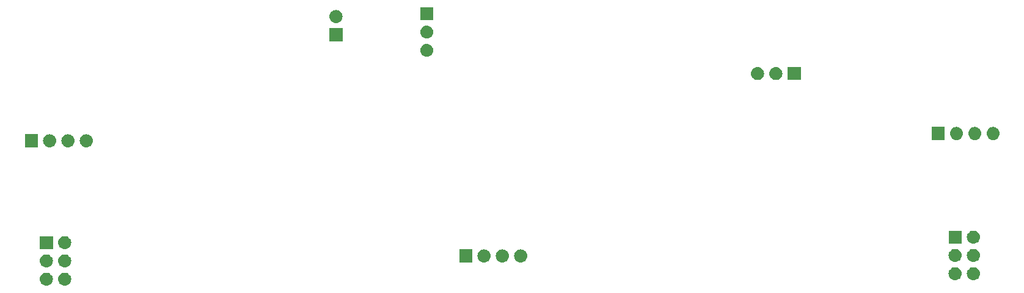
<source format=gbr>
G04 #@! TF.GenerationSoftware,KiCad,Pcbnew,(5.1.2-1)-1*
G04 #@! TF.CreationDate,2021-03-06T08:10:20-07:00*
G04 #@! TF.ProjectId,audio_quad_minimal,61756469-6f5f-4717-9561-645f6d696e69,rev?*
G04 #@! TF.SameCoordinates,Original*
G04 #@! TF.FileFunction,Soldermask,Bot*
G04 #@! TF.FilePolarity,Negative*
%FSLAX46Y46*%
G04 Gerber Fmt 4.6, Leading zero omitted, Abs format (unit mm)*
G04 Created by KiCad (PCBNEW (5.1.2-1)-1) date 2021-03-06 08:10:20*
%MOMM*%
%LPD*%
G04 APERTURE LIST*
%ADD10C,0.100000*%
G04 APERTURE END LIST*
D10*
G36*
X52497943Y-94292019D02*
G01*
X52564127Y-94298537D01*
X52733966Y-94350057D01*
X52890491Y-94433722D01*
X52926229Y-94463052D01*
X53027686Y-94546314D01*
X53110948Y-94647771D01*
X53140278Y-94683509D01*
X53223943Y-94840034D01*
X53275463Y-95009873D01*
X53292859Y-95186500D01*
X53275463Y-95363127D01*
X53223943Y-95532966D01*
X53140278Y-95689491D01*
X53110948Y-95725229D01*
X53027686Y-95826686D01*
X52926229Y-95909948D01*
X52890491Y-95939278D01*
X52733966Y-96022943D01*
X52564127Y-96074463D01*
X52497942Y-96080982D01*
X52431760Y-96087500D01*
X52343240Y-96087500D01*
X52277058Y-96080982D01*
X52210873Y-96074463D01*
X52041034Y-96022943D01*
X51884509Y-95939278D01*
X51848771Y-95909948D01*
X51747314Y-95826686D01*
X51664052Y-95725229D01*
X51634722Y-95689491D01*
X51551057Y-95532966D01*
X51499537Y-95363127D01*
X51482141Y-95186500D01*
X51499537Y-95009873D01*
X51551057Y-94840034D01*
X51634722Y-94683509D01*
X51664052Y-94647771D01*
X51747314Y-94546314D01*
X51848771Y-94463052D01*
X51884509Y-94433722D01*
X52041034Y-94350057D01*
X52210873Y-94298537D01*
X52277057Y-94292019D01*
X52343240Y-94285500D01*
X52431760Y-94285500D01*
X52497943Y-94292019D01*
X52497943Y-94292019D01*
G37*
G36*
X49957943Y-94292019D02*
G01*
X50024127Y-94298537D01*
X50193966Y-94350057D01*
X50350491Y-94433722D01*
X50386229Y-94463052D01*
X50487686Y-94546314D01*
X50570948Y-94647771D01*
X50600278Y-94683509D01*
X50683943Y-94840034D01*
X50735463Y-95009873D01*
X50752859Y-95186500D01*
X50735463Y-95363127D01*
X50683943Y-95532966D01*
X50600278Y-95689491D01*
X50570948Y-95725229D01*
X50487686Y-95826686D01*
X50386229Y-95909948D01*
X50350491Y-95939278D01*
X50193966Y-96022943D01*
X50024127Y-96074463D01*
X49957942Y-96080982D01*
X49891760Y-96087500D01*
X49803240Y-96087500D01*
X49737058Y-96080982D01*
X49670873Y-96074463D01*
X49501034Y-96022943D01*
X49344509Y-95939278D01*
X49308771Y-95909948D01*
X49207314Y-95826686D01*
X49124052Y-95725229D01*
X49094722Y-95689491D01*
X49011057Y-95532966D01*
X48959537Y-95363127D01*
X48942141Y-95186500D01*
X48959537Y-95009873D01*
X49011057Y-94840034D01*
X49094722Y-94683509D01*
X49124052Y-94647771D01*
X49207314Y-94546314D01*
X49308771Y-94463052D01*
X49344509Y-94433722D01*
X49501034Y-94350057D01*
X49670873Y-94298537D01*
X49737057Y-94292019D01*
X49803240Y-94285500D01*
X49891760Y-94285500D01*
X49957943Y-94292019D01*
X49957943Y-94292019D01*
G37*
G36*
X178418442Y-93530018D02*
G01*
X178484627Y-93536537D01*
X178654466Y-93588057D01*
X178810991Y-93671722D01*
X178846729Y-93701052D01*
X178948186Y-93784314D01*
X179031448Y-93885771D01*
X179060778Y-93921509D01*
X179144443Y-94078034D01*
X179195963Y-94247873D01*
X179213359Y-94424500D01*
X179195963Y-94601127D01*
X179144443Y-94770966D01*
X179060778Y-94927491D01*
X179031448Y-94963229D01*
X178948186Y-95064686D01*
X178846729Y-95147948D01*
X178810991Y-95177278D01*
X178654466Y-95260943D01*
X178484627Y-95312463D01*
X178418443Y-95318981D01*
X178352260Y-95325500D01*
X178263740Y-95325500D01*
X178197557Y-95318981D01*
X178131373Y-95312463D01*
X177961534Y-95260943D01*
X177805009Y-95177278D01*
X177769271Y-95147948D01*
X177667814Y-95064686D01*
X177584552Y-94963229D01*
X177555222Y-94927491D01*
X177471557Y-94770966D01*
X177420037Y-94601127D01*
X177402641Y-94424500D01*
X177420037Y-94247873D01*
X177471557Y-94078034D01*
X177555222Y-93921509D01*
X177584552Y-93885771D01*
X177667814Y-93784314D01*
X177769271Y-93701052D01*
X177805009Y-93671722D01*
X177961534Y-93588057D01*
X178131373Y-93536537D01*
X178197558Y-93530018D01*
X178263740Y-93523500D01*
X178352260Y-93523500D01*
X178418442Y-93530018D01*
X178418442Y-93530018D01*
G37*
G36*
X175878442Y-93530018D02*
G01*
X175944627Y-93536537D01*
X176114466Y-93588057D01*
X176270991Y-93671722D01*
X176306729Y-93701052D01*
X176408186Y-93784314D01*
X176491448Y-93885771D01*
X176520778Y-93921509D01*
X176604443Y-94078034D01*
X176655963Y-94247873D01*
X176673359Y-94424500D01*
X176655963Y-94601127D01*
X176604443Y-94770966D01*
X176520778Y-94927491D01*
X176491448Y-94963229D01*
X176408186Y-95064686D01*
X176306729Y-95147948D01*
X176270991Y-95177278D01*
X176114466Y-95260943D01*
X175944627Y-95312463D01*
X175878443Y-95318981D01*
X175812260Y-95325500D01*
X175723740Y-95325500D01*
X175657557Y-95318981D01*
X175591373Y-95312463D01*
X175421534Y-95260943D01*
X175265009Y-95177278D01*
X175229271Y-95147948D01*
X175127814Y-95064686D01*
X175044552Y-94963229D01*
X175015222Y-94927491D01*
X174931557Y-94770966D01*
X174880037Y-94601127D01*
X174862641Y-94424500D01*
X174880037Y-94247873D01*
X174931557Y-94078034D01*
X175015222Y-93921509D01*
X175044552Y-93885771D01*
X175127814Y-93784314D01*
X175229271Y-93701052D01*
X175265009Y-93671722D01*
X175421534Y-93588057D01*
X175591373Y-93536537D01*
X175657558Y-93530018D01*
X175723740Y-93523500D01*
X175812260Y-93523500D01*
X175878442Y-93530018D01*
X175878442Y-93530018D01*
G37*
G36*
X49957942Y-91752018D02*
G01*
X50024127Y-91758537D01*
X50193966Y-91810057D01*
X50350491Y-91893722D01*
X50386229Y-91923052D01*
X50487686Y-92006314D01*
X50570948Y-92107771D01*
X50600278Y-92143509D01*
X50683943Y-92300034D01*
X50735463Y-92469873D01*
X50752859Y-92646500D01*
X50735463Y-92823127D01*
X50683943Y-92992966D01*
X50600278Y-93149491D01*
X50570948Y-93185229D01*
X50487686Y-93286686D01*
X50386229Y-93369948D01*
X50350491Y-93399278D01*
X50193966Y-93482943D01*
X50024127Y-93534463D01*
X49957942Y-93540982D01*
X49891760Y-93547500D01*
X49803240Y-93547500D01*
X49737058Y-93540982D01*
X49670873Y-93534463D01*
X49501034Y-93482943D01*
X49344509Y-93399278D01*
X49308771Y-93369948D01*
X49207314Y-93286686D01*
X49124052Y-93185229D01*
X49094722Y-93149491D01*
X49011057Y-92992966D01*
X48959537Y-92823127D01*
X48942141Y-92646500D01*
X48959537Y-92469873D01*
X49011057Y-92300034D01*
X49094722Y-92143509D01*
X49124052Y-92107771D01*
X49207314Y-92006314D01*
X49308771Y-91923052D01*
X49344509Y-91893722D01*
X49501034Y-91810057D01*
X49670873Y-91758537D01*
X49737058Y-91752018D01*
X49803240Y-91745500D01*
X49891760Y-91745500D01*
X49957942Y-91752018D01*
X49957942Y-91752018D01*
G37*
G36*
X52497942Y-91752018D02*
G01*
X52564127Y-91758537D01*
X52733966Y-91810057D01*
X52890491Y-91893722D01*
X52926229Y-91923052D01*
X53027686Y-92006314D01*
X53110948Y-92107771D01*
X53140278Y-92143509D01*
X53223943Y-92300034D01*
X53275463Y-92469873D01*
X53292859Y-92646500D01*
X53275463Y-92823127D01*
X53223943Y-92992966D01*
X53140278Y-93149491D01*
X53110948Y-93185229D01*
X53027686Y-93286686D01*
X52926229Y-93369948D01*
X52890491Y-93399278D01*
X52733966Y-93482943D01*
X52564127Y-93534463D01*
X52497942Y-93540982D01*
X52431760Y-93547500D01*
X52343240Y-93547500D01*
X52277058Y-93540982D01*
X52210873Y-93534463D01*
X52041034Y-93482943D01*
X51884509Y-93399278D01*
X51848771Y-93369948D01*
X51747314Y-93286686D01*
X51664052Y-93185229D01*
X51634722Y-93149491D01*
X51551057Y-92992966D01*
X51499537Y-92823127D01*
X51482141Y-92646500D01*
X51499537Y-92469873D01*
X51551057Y-92300034D01*
X51634722Y-92143509D01*
X51664052Y-92107771D01*
X51747314Y-92006314D01*
X51848771Y-91923052D01*
X51884509Y-91893722D01*
X52041034Y-91810057D01*
X52210873Y-91758537D01*
X52277058Y-91752018D01*
X52343240Y-91745500D01*
X52431760Y-91745500D01*
X52497942Y-91752018D01*
X52497942Y-91752018D01*
G37*
G36*
X108851000Y-92849000D02*
G01*
X107049000Y-92849000D01*
X107049000Y-91047000D01*
X108851000Y-91047000D01*
X108851000Y-92849000D01*
X108851000Y-92849000D01*
G37*
G36*
X115680442Y-91053518D02*
G01*
X115746627Y-91060037D01*
X115916466Y-91111557D01*
X116072991Y-91195222D01*
X116108729Y-91224552D01*
X116210186Y-91307814D01*
X116293448Y-91409271D01*
X116322778Y-91445009D01*
X116406443Y-91601534D01*
X116457963Y-91771373D01*
X116475359Y-91948000D01*
X116457963Y-92124627D01*
X116406443Y-92294466D01*
X116322778Y-92450991D01*
X116307282Y-92469873D01*
X116210186Y-92588186D01*
X116108729Y-92671448D01*
X116072991Y-92700778D01*
X115916466Y-92784443D01*
X115746627Y-92835963D01*
X115680442Y-92842482D01*
X115614260Y-92849000D01*
X115525740Y-92849000D01*
X115459558Y-92842482D01*
X115393373Y-92835963D01*
X115223534Y-92784443D01*
X115067009Y-92700778D01*
X115031271Y-92671448D01*
X114929814Y-92588186D01*
X114832718Y-92469873D01*
X114817222Y-92450991D01*
X114733557Y-92294466D01*
X114682037Y-92124627D01*
X114664641Y-91948000D01*
X114682037Y-91771373D01*
X114733557Y-91601534D01*
X114817222Y-91445009D01*
X114846552Y-91409271D01*
X114929814Y-91307814D01*
X115031271Y-91224552D01*
X115067009Y-91195222D01*
X115223534Y-91111557D01*
X115393373Y-91060037D01*
X115459558Y-91053518D01*
X115525740Y-91047000D01*
X115614260Y-91047000D01*
X115680442Y-91053518D01*
X115680442Y-91053518D01*
G37*
G36*
X110600442Y-91053518D02*
G01*
X110666627Y-91060037D01*
X110836466Y-91111557D01*
X110992991Y-91195222D01*
X111028729Y-91224552D01*
X111130186Y-91307814D01*
X111213448Y-91409271D01*
X111242778Y-91445009D01*
X111326443Y-91601534D01*
X111377963Y-91771373D01*
X111395359Y-91948000D01*
X111377963Y-92124627D01*
X111326443Y-92294466D01*
X111242778Y-92450991D01*
X111227282Y-92469873D01*
X111130186Y-92588186D01*
X111028729Y-92671448D01*
X110992991Y-92700778D01*
X110836466Y-92784443D01*
X110666627Y-92835963D01*
X110600442Y-92842482D01*
X110534260Y-92849000D01*
X110445740Y-92849000D01*
X110379558Y-92842482D01*
X110313373Y-92835963D01*
X110143534Y-92784443D01*
X109987009Y-92700778D01*
X109951271Y-92671448D01*
X109849814Y-92588186D01*
X109752718Y-92469873D01*
X109737222Y-92450991D01*
X109653557Y-92294466D01*
X109602037Y-92124627D01*
X109584641Y-91948000D01*
X109602037Y-91771373D01*
X109653557Y-91601534D01*
X109737222Y-91445009D01*
X109766552Y-91409271D01*
X109849814Y-91307814D01*
X109951271Y-91224552D01*
X109987009Y-91195222D01*
X110143534Y-91111557D01*
X110313373Y-91060037D01*
X110379558Y-91053518D01*
X110445740Y-91047000D01*
X110534260Y-91047000D01*
X110600442Y-91053518D01*
X110600442Y-91053518D01*
G37*
G36*
X113140442Y-91053518D02*
G01*
X113206627Y-91060037D01*
X113376466Y-91111557D01*
X113532991Y-91195222D01*
X113568729Y-91224552D01*
X113670186Y-91307814D01*
X113753448Y-91409271D01*
X113782778Y-91445009D01*
X113866443Y-91601534D01*
X113917963Y-91771373D01*
X113935359Y-91948000D01*
X113917963Y-92124627D01*
X113866443Y-92294466D01*
X113782778Y-92450991D01*
X113767282Y-92469873D01*
X113670186Y-92588186D01*
X113568729Y-92671448D01*
X113532991Y-92700778D01*
X113376466Y-92784443D01*
X113206627Y-92835963D01*
X113140442Y-92842482D01*
X113074260Y-92849000D01*
X112985740Y-92849000D01*
X112919558Y-92842482D01*
X112853373Y-92835963D01*
X112683534Y-92784443D01*
X112527009Y-92700778D01*
X112491271Y-92671448D01*
X112389814Y-92588186D01*
X112292718Y-92469873D01*
X112277222Y-92450991D01*
X112193557Y-92294466D01*
X112142037Y-92124627D01*
X112124641Y-91948000D01*
X112142037Y-91771373D01*
X112193557Y-91601534D01*
X112277222Y-91445009D01*
X112306552Y-91409271D01*
X112389814Y-91307814D01*
X112491271Y-91224552D01*
X112527009Y-91195222D01*
X112683534Y-91111557D01*
X112853373Y-91060037D01*
X112919558Y-91053518D01*
X112985740Y-91047000D01*
X113074260Y-91047000D01*
X113140442Y-91053518D01*
X113140442Y-91053518D01*
G37*
G36*
X178418443Y-90990019D02*
G01*
X178484627Y-90996537D01*
X178654466Y-91048057D01*
X178810991Y-91131722D01*
X178846729Y-91161052D01*
X178948186Y-91244314D01*
X179031448Y-91345771D01*
X179060778Y-91381509D01*
X179144443Y-91538034D01*
X179195963Y-91707873D01*
X179213359Y-91884500D01*
X179195963Y-92061127D01*
X179144443Y-92230966D01*
X179060778Y-92387491D01*
X179031448Y-92423229D01*
X178948186Y-92524686D01*
X178846729Y-92607948D01*
X178810991Y-92637278D01*
X178654466Y-92720943D01*
X178484627Y-92772463D01*
X178418443Y-92778981D01*
X178352260Y-92785500D01*
X178263740Y-92785500D01*
X178197558Y-92778982D01*
X178131373Y-92772463D01*
X177961534Y-92720943D01*
X177805009Y-92637278D01*
X177769271Y-92607948D01*
X177667814Y-92524686D01*
X177584552Y-92423229D01*
X177555222Y-92387491D01*
X177471557Y-92230966D01*
X177420037Y-92061127D01*
X177402641Y-91884500D01*
X177420037Y-91707873D01*
X177471557Y-91538034D01*
X177555222Y-91381509D01*
X177584552Y-91345771D01*
X177667814Y-91244314D01*
X177769271Y-91161052D01*
X177805009Y-91131722D01*
X177961534Y-91048057D01*
X178131373Y-90996537D01*
X178197557Y-90990019D01*
X178263740Y-90983500D01*
X178352260Y-90983500D01*
X178418443Y-90990019D01*
X178418443Y-90990019D01*
G37*
G36*
X175878443Y-90990019D02*
G01*
X175944627Y-90996537D01*
X176114466Y-91048057D01*
X176270991Y-91131722D01*
X176306729Y-91161052D01*
X176408186Y-91244314D01*
X176491448Y-91345771D01*
X176520778Y-91381509D01*
X176604443Y-91538034D01*
X176655963Y-91707873D01*
X176673359Y-91884500D01*
X176655963Y-92061127D01*
X176604443Y-92230966D01*
X176520778Y-92387491D01*
X176491448Y-92423229D01*
X176408186Y-92524686D01*
X176306729Y-92607948D01*
X176270991Y-92637278D01*
X176114466Y-92720943D01*
X175944627Y-92772463D01*
X175878443Y-92778981D01*
X175812260Y-92785500D01*
X175723740Y-92785500D01*
X175657558Y-92778982D01*
X175591373Y-92772463D01*
X175421534Y-92720943D01*
X175265009Y-92637278D01*
X175229271Y-92607948D01*
X175127814Y-92524686D01*
X175044552Y-92423229D01*
X175015222Y-92387491D01*
X174931557Y-92230966D01*
X174880037Y-92061127D01*
X174862641Y-91884500D01*
X174880037Y-91707873D01*
X174931557Y-91538034D01*
X175015222Y-91381509D01*
X175044552Y-91345771D01*
X175127814Y-91244314D01*
X175229271Y-91161052D01*
X175265009Y-91131722D01*
X175421534Y-91048057D01*
X175591373Y-90996537D01*
X175657557Y-90990019D01*
X175723740Y-90983500D01*
X175812260Y-90983500D01*
X175878443Y-90990019D01*
X175878443Y-90990019D01*
G37*
G36*
X52497943Y-89212019D02*
G01*
X52564127Y-89218537D01*
X52733966Y-89270057D01*
X52890491Y-89353722D01*
X52926229Y-89383052D01*
X53027686Y-89466314D01*
X53110948Y-89567771D01*
X53140278Y-89603509D01*
X53223943Y-89760034D01*
X53275463Y-89929873D01*
X53292859Y-90106500D01*
X53275463Y-90283127D01*
X53223943Y-90452966D01*
X53140278Y-90609491D01*
X53110948Y-90645229D01*
X53027686Y-90746686D01*
X52926229Y-90829948D01*
X52890491Y-90859278D01*
X52733966Y-90942943D01*
X52564127Y-90994463D01*
X52497943Y-91000981D01*
X52431760Y-91007500D01*
X52343240Y-91007500D01*
X52277057Y-91000981D01*
X52210873Y-90994463D01*
X52041034Y-90942943D01*
X51884509Y-90859278D01*
X51848771Y-90829948D01*
X51747314Y-90746686D01*
X51664052Y-90645229D01*
X51634722Y-90609491D01*
X51551057Y-90452966D01*
X51499537Y-90283127D01*
X51482141Y-90106500D01*
X51499537Y-89929873D01*
X51551057Y-89760034D01*
X51634722Y-89603509D01*
X51664052Y-89567771D01*
X51747314Y-89466314D01*
X51848771Y-89383052D01*
X51884509Y-89353722D01*
X52041034Y-89270057D01*
X52210873Y-89218537D01*
X52277057Y-89212019D01*
X52343240Y-89205500D01*
X52431760Y-89205500D01*
X52497943Y-89212019D01*
X52497943Y-89212019D01*
G37*
G36*
X50748500Y-91007500D02*
G01*
X48946500Y-91007500D01*
X48946500Y-89205500D01*
X50748500Y-89205500D01*
X50748500Y-91007500D01*
X50748500Y-91007500D01*
G37*
G36*
X178418442Y-88450018D02*
G01*
X178484627Y-88456537D01*
X178654466Y-88508057D01*
X178810991Y-88591722D01*
X178846729Y-88621052D01*
X178948186Y-88704314D01*
X179031448Y-88805771D01*
X179060778Y-88841509D01*
X179144443Y-88998034D01*
X179195963Y-89167873D01*
X179213359Y-89344500D01*
X179195963Y-89521127D01*
X179144443Y-89690966D01*
X179060778Y-89847491D01*
X179031448Y-89883229D01*
X178948186Y-89984686D01*
X178846729Y-90067948D01*
X178810991Y-90097278D01*
X178654466Y-90180943D01*
X178484627Y-90232463D01*
X178418443Y-90238981D01*
X178352260Y-90245500D01*
X178263740Y-90245500D01*
X178197557Y-90238981D01*
X178131373Y-90232463D01*
X177961534Y-90180943D01*
X177805009Y-90097278D01*
X177769271Y-90067948D01*
X177667814Y-89984686D01*
X177584552Y-89883229D01*
X177555222Y-89847491D01*
X177471557Y-89690966D01*
X177420037Y-89521127D01*
X177402641Y-89344500D01*
X177420037Y-89167873D01*
X177471557Y-88998034D01*
X177555222Y-88841509D01*
X177584552Y-88805771D01*
X177667814Y-88704314D01*
X177769271Y-88621052D01*
X177805009Y-88591722D01*
X177961534Y-88508057D01*
X178131373Y-88456537D01*
X178197558Y-88450018D01*
X178263740Y-88443500D01*
X178352260Y-88443500D01*
X178418442Y-88450018D01*
X178418442Y-88450018D01*
G37*
G36*
X176669000Y-90245500D02*
G01*
X174867000Y-90245500D01*
X174867000Y-88443500D01*
X176669000Y-88443500D01*
X176669000Y-90245500D01*
X176669000Y-90245500D01*
G37*
G36*
X48653000Y-76847000D02*
G01*
X46851000Y-76847000D01*
X46851000Y-75045000D01*
X48653000Y-75045000D01*
X48653000Y-76847000D01*
X48653000Y-76847000D01*
G37*
G36*
X55482442Y-75051518D02*
G01*
X55548627Y-75058037D01*
X55718466Y-75109557D01*
X55874991Y-75193222D01*
X55910729Y-75222552D01*
X56012186Y-75305814D01*
X56095448Y-75407271D01*
X56124778Y-75443009D01*
X56208443Y-75599534D01*
X56259963Y-75769373D01*
X56277359Y-75946000D01*
X56259963Y-76122627D01*
X56208443Y-76292466D01*
X56124778Y-76448991D01*
X56095448Y-76484729D01*
X56012186Y-76586186D01*
X55910729Y-76669448D01*
X55874991Y-76698778D01*
X55718466Y-76782443D01*
X55548627Y-76833963D01*
X55482442Y-76840482D01*
X55416260Y-76847000D01*
X55327740Y-76847000D01*
X55261558Y-76840482D01*
X55195373Y-76833963D01*
X55025534Y-76782443D01*
X54869009Y-76698778D01*
X54833271Y-76669448D01*
X54731814Y-76586186D01*
X54648552Y-76484729D01*
X54619222Y-76448991D01*
X54535557Y-76292466D01*
X54484037Y-76122627D01*
X54466641Y-75946000D01*
X54484037Y-75769373D01*
X54535557Y-75599534D01*
X54619222Y-75443009D01*
X54648552Y-75407271D01*
X54731814Y-75305814D01*
X54833271Y-75222552D01*
X54869009Y-75193222D01*
X55025534Y-75109557D01*
X55195373Y-75058037D01*
X55261558Y-75051518D01*
X55327740Y-75045000D01*
X55416260Y-75045000D01*
X55482442Y-75051518D01*
X55482442Y-75051518D01*
G37*
G36*
X52942442Y-75051518D02*
G01*
X53008627Y-75058037D01*
X53178466Y-75109557D01*
X53334991Y-75193222D01*
X53370729Y-75222552D01*
X53472186Y-75305814D01*
X53555448Y-75407271D01*
X53584778Y-75443009D01*
X53668443Y-75599534D01*
X53719963Y-75769373D01*
X53737359Y-75946000D01*
X53719963Y-76122627D01*
X53668443Y-76292466D01*
X53584778Y-76448991D01*
X53555448Y-76484729D01*
X53472186Y-76586186D01*
X53370729Y-76669448D01*
X53334991Y-76698778D01*
X53178466Y-76782443D01*
X53008627Y-76833963D01*
X52942442Y-76840482D01*
X52876260Y-76847000D01*
X52787740Y-76847000D01*
X52721558Y-76840482D01*
X52655373Y-76833963D01*
X52485534Y-76782443D01*
X52329009Y-76698778D01*
X52293271Y-76669448D01*
X52191814Y-76586186D01*
X52108552Y-76484729D01*
X52079222Y-76448991D01*
X51995557Y-76292466D01*
X51944037Y-76122627D01*
X51926641Y-75946000D01*
X51944037Y-75769373D01*
X51995557Y-75599534D01*
X52079222Y-75443009D01*
X52108552Y-75407271D01*
X52191814Y-75305814D01*
X52293271Y-75222552D01*
X52329009Y-75193222D01*
X52485534Y-75109557D01*
X52655373Y-75058037D01*
X52721558Y-75051518D01*
X52787740Y-75045000D01*
X52876260Y-75045000D01*
X52942442Y-75051518D01*
X52942442Y-75051518D01*
G37*
G36*
X50402442Y-75051518D02*
G01*
X50468627Y-75058037D01*
X50638466Y-75109557D01*
X50794991Y-75193222D01*
X50830729Y-75222552D01*
X50932186Y-75305814D01*
X51015448Y-75407271D01*
X51044778Y-75443009D01*
X51128443Y-75599534D01*
X51179963Y-75769373D01*
X51197359Y-75946000D01*
X51179963Y-76122627D01*
X51128443Y-76292466D01*
X51044778Y-76448991D01*
X51015448Y-76484729D01*
X50932186Y-76586186D01*
X50830729Y-76669448D01*
X50794991Y-76698778D01*
X50638466Y-76782443D01*
X50468627Y-76833963D01*
X50402442Y-76840482D01*
X50336260Y-76847000D01*
X50247740Y-76847000D01*
X50181558Y-76840482D01*
X50115373Y-76833963D01*
X49945534Y-76782443D01*
X49789009Y-76698778D01*
X49753271Y-76669448D01*
X49651814Y-76586186D01*
X49568552Y-76484729D01*
X49539222Y-76448991D01*
X49455557Y-76292466D01*
X49404037Y-76122627D01*
X49386641Y-75946000D01*
X49404037Y-75769373D01*
X49455557Y-75599534D01*
X49539222Y-75443009D01*
X49568552Y-75407271D01*
X49651814Y-75305814D01*
X49753271Y-75222552D01*
X49789009Y-75193222D01*
X49945534Y-75109557D01*
X50115373Y-75058037D01*
X50181558Y-75051518D01*
X50247740Y-75045000D01*
X50336260Y-75045000D01*
X50402442Y-75051518D01*
X50402442Y-75051518D01*
G37*
G36*
X178608942Y-74035518D02*
G01*
X178675127Y-74042037D01*
X178844966Y-74093557D01*
X179001491Y-74177222D01*
X179037229Y-74206552D01*
X179138686Y-74289814D01*
X179221948Y-74391271D01*
X179251278Y-74427009D01*
X179334943Y-74583534D01*
X179386463Y-74753373D01*
X179403859Y-74930000D01*
X179386463Y-75106627D01*
X179334943Y-75276466D01*
X179251278Y-75432991D01*
X179221948Y-75468729D01*
X179138686Y-75570186D01*
X179037229Y-75653448D01*
X179001491Y-75682778D01*
X178844966Y-75766443D01*
X178675127Y-75817963D01*
X178608942Y-75824482D01*
X178542760Y-75831000D01*
X178454240Y-75831000D01*
X178388058Y-75824482D01*
X178321873Y-75817963D01*
X178152034Y-75766443D01*
X177995509Y-75682778D01*
X177959771Y-75653448D01*
X177858314Y-75570186D01*
X177775052Y-75468729D01*
X177745722Y-75432991D01*
X177662057Y-75276466D01*
X177610537Y-75106627D01*
X177593141Y-74930000D01*
X177610537Y-74753373D01*
X177662057Y-74583534D01*
X177745722Y-74427009D01*
X177775052Y-74391271D01*
X177858314Y-74289814D01*
X177959771Y-74206552D01*
X177995509Y-74177222D01*
X178152034Y-74093557D01*
X178321873Y-74042037D01*
X178388058Y-74035518D01*
X178454240Y-74029000D01*
X178542760Y-74029000D01*
X178608942Y-74035518D01*
X178608942Y-74035518D01*
G37*
G36*
X176068942Y-74035518D02*
G01*
X176135127Y-74042037D01*
X176304966Y-74093557D01*
X176461491Y-74177222D01*
X176497229Y-74206552D01*
X176598686Y-74289814D01*
X176681948Y-74391271D01*
X176711278Y-74427009D01*
X176794943Y-74583534D01*
X176846463Y-74753373D01*
X176863859Y-74930000D01*
X176846463Y-75106627D01*
X176794943Y-75276466D01*
X176711278Y-75432991D01*
X176681948Y-75468729D01*
X176598686Y-75570186D01*
X176497229Y-75653448D01*
X176461491Y-75682778D01*
X176304966Y-75766443D01*
X176135127Y-75817963D01*
X176068942Y-75824482D01*
X176002760Y-75831000D01*
X175914240Y-75831000D01*
X175848058Y-75824482D01*
X175781873Y-75817963D01*
X175612034Y-75766443D01*
X175455509Y-75682778D01*
X175419771Y-75653448D01*
X175318314Y-75570186D01*
X175235052Y-75468729D01*
X175205722Y-75432991D01*
X175122057Y-75276466D01*
X175070537Y-75106627D01*
X175053141Y-74930000D01*
X175070537Y-74753373D01*
X175122057Y-74583534D01*
X175205722Y-74427009D01*
X175235052Y-74391271D01*
X175318314Y-74289814D01*
X175419771Y-74206552D01*
X175455509Y-74177222D01*
X175612034Y-74093557D01*
X175781873Y-74042037D01*
X175848058Y-74035518D01*
X175914240Y-74029000D01*
X176002760Y-74029000D01*
X176068942Y-74035518D01*
X176068942Y-74035518D01*
G37*
G36*
X181148942Y-74035518D02*
G01*
X181215127Y-74042037D01*
X181384966Y-74093557D01*
X181541491Y-74177222D01*
X181577229Y-74206552D01*
X181678686Y-74289814D01*
X181761948Y-74391271D01*
X181791278Y-74427009D01*
X181874943Y-74583534D01*
X181926463Y-74753373D01*
X181943859Y-74930000D01*
X181926463Y-75106627D01*
X181874943Y-75276466D01*
X181791278Y-75432991D01*
X181761948Y-75468729D01*
X181678686Y-75570186D01*
X181577229Y-75653448D01*
X181541491Y-75682778D01*
X181384966Y-75766443D01*
X181215127Y-75817963D01*
X181148942Y-75824482D01*
X181082760Y-75831000D01*
X180994240Y-75831000D01*
X180928058Y-75824482D01*
X180861873Y-75817963D01*
X180692034Y-75766443D01*
X180535509Y-75682778D01*
X180499771Y-75653448D01*
X180398314Y-75570186D01*
X180315052Y-75468729D01*
X180285722Y-75432991D01*
X180202057Y-75276466D01*
X180150537Y-75106627D01*
X180133141Y-74930000D01*
X180150537Y-74753373D01*
X180202057Y-74583534D01*
X180285722Y-74427009D01*
X180315052Y-74391271D01*
X180398314Y-74289814D01*
X180499771Y-74206552D01*
X180535509Y-74177222D01*
X180692034Y-74093557D01*
X180861873Y-74042037D01*
X180928058Y-74035518D01*
X180994240Y-74029000D01*
X181082760Y-74029000D01*
X181148942Y-74035518D01*
X181148942Y-74035518D01*
G37*
G36*
X174319500Y-75831000D02*
G01*
X172517500Y-75831000D01*
X172517500Y-74029000D01*
X174319500Y-74029000D01*
X174319500Y-75831000D01*
X174319500Y-75831000D01*
G37*
G36*
X148509942Y-65717018D02*
G01*
X148576127Y-65723537D01*
X148745966Y-65775057D01*
X148902491Y-65858722D01*
X148938229Y-65888052D01*
X149039686Y-65971314D01*
X149122948Y-66072771D01*
X149152278Y-66108509D01*
X149235943Y-66265034D01*
X149287463Y-66434873D01*
X149304859Y-66611500D01*
X149287463Y-66788127D01*
X149235943Y-66957966D01*
X149152278Y-67114491D01*
X149122948Y-67150229D01*
X149039686Y-67251686D01*
X148938229Y-67334948D01*
X148902491Y-67364278D01*
X148745966Y-67447943D01*
X148576127Y-67499463D01*
X148509942Y-67505982D01*
X148443760Y-67512500D01*
X148355240Y-67512500D01*
X148289058Y-67505982D01*
X148222873Y-67499463D01*
X148053034Y-67447943D01*
X147896509Y-67364278D01*
X147860771Y-67334948D01*
X147759314Y-67251686D01*
X147676052Y-67150229D01*
X147646722Y-67114491D01*
X147563057Y-66957966D01*
X147511537Y-66788127D01*
X147494141Y-66611500D01*
X147511537Y-66434873D01*
X147563057Y-66265034D01*
X147646722Y-66108509D01*
X147676052Y-66072771D01*
X147759314Y-65971314D01*
X147860771Y-65888052D01*
X147896509Y-65858722D01*
X148053034Y-65775057D01*
X148222873Y-65723537D01*
X148289058Y-65717018D01*
X148355240Y-65710500D01*
X148443760Y-65710500D01*
X148509942Y-65717018D01*
X148509942Y-65717018D01*
G37*
G36*
X154380500Y-67512500D02*
G01*
X152578500Y-67512500D01*
X152578500Y-65710500D01*
X154380500Y-65710500D01*
X154380500Y-67512500D01*
X154380500Y-67512500D01*
G37*
G36*
X151049942Y-65717018D02*
G01*
X151116127Y-65723537D01*
X151285966Y-65775057D01*
X151442491Y-65858722D01*
X151478229Y-65888052D01*
X151579686Y-65971314D01*
X151662948Y-66072771D01*
X151692278Y-66108509D01*
X151775943Y-66265034D01*
X151827463Y-66434873D01*
X151844859Y-66611500D01*
X151827463Y-66788127D01*
X151775943Y-66957966D01*
X151692278Y-67114491D01*
X151662948Y-67150229D01*
X151579686Y-67251686D01*
X151478229Y-67334948D01*
X151442491Y-67364278D01*
X151285966Y-67447943D01*
X151116127Y-67499463D01*
X151049942Y-67505982D01*
X150983760Y-67512500D01*
X150895240Y-67512500D01*
X150829058Y-67505982D01*
X150762873Y-67499463D01*
X150593034Y-67447943D01*
X150436509Y-67364278D01*
X150400771Y-67334948D01*
X150299314Y-67251686D01*
X150216052Y-67150229D01*
X150186722Y-67114491D01*
X150103057Y-66957966D01*
X150051537Y-66788127D01*
X150034141Y-66611500D01*
X150051537Y-66434873D01*
X150103057Y-66265034D01*
X150186722Y-66108509D01*
X150216052Y-66072771D01*
X150299314Y-65971314D01*
X150400771Y-65888052D01*
X150436509Y-65858722D01*
X150593034Y-65775057D01*
X150762873Y-65723537D01*
X150829058Y-65717018D01*
X150895240Y-65710500D01*
X150983760Y-65710500D01*
X151049942Y-65717018D01*
X151049942Y-65717018D01*
G37*
G36*
X102662943Y-62478519D02*
G01*
X102729127Y-62485037D01*
X102898966Y-62536557D01*
X103055491Y-62620222D01*
X103091229Y-62649552D01*
X103192686Y-62732814D01*
X103275948Y-62834271D01*
X103305278Y-62870009D01*
X103388943Y-63026534D01*
X103440463Y-63196373D01*
X103457859Y-63373000D01*
X103440463Y-63549627D01*
X103388943Y-63719466D01*
X103305278Y-63875991D01*
X103275948Y-63911729D01*
X103192686Y-64013186D01*
X103091229Y-64096448D01*
X103055491Y-64125778D01*
X102898966Y-64209443D01*
X102729127Y-64260963D01*
X102662943Y-64267481D01*
X102596760Y-64274000D01*
X102508240Y-64274000D01*
X102442057Y-64267481D01*
X102375873Y-64260963D01*
X102206034Y-64209443D01*
X102049509Y-64125778D01*
X102013771Y-64096448D01*
X101912314Y-64013186D01*
X101829052Y-63911729D01*
X101799722Y-63875991D01*
X101716057Y-63719466D01*
X101664537Y-63549627D01*
X101647141Y-63373000D01*
X101664537Y-63196373D01*
X101716057Y-63026534D01*
X101799722Y-62870009D01*
X101829052Y-62834271D01*
X101912314Y-62732814D01*
X102013771Y-62649552D01*
X102049509Y-62620222D01*
X102206034Y-62536557D01*
X102375873Y-62485037D01*
X102442057Y-62478519D01*
X102508240Y-62472000D01*
X102596760Y-62472000D01*
X102662943Y-62478519D01*
X102662943Y-62478519D01*
G37*
G36*
X90880500Y-62115000D02*
G01*
X89078500Y-62115000D01*
X89078500Y-60313000D01*
X90880500Y-60313000D01*
X90880500Y-62115000D01*
X90880500Y-62115000D01*
G37*
G36*
X102662942Y-59938518D02*
G01*
X102729127Y-59945037D01*
X102898966Y-59996557D01*
X103055491Y-60080222D01*
X103091229Y-60109552D01*
X103192686Y-60192814D01*
X103275948Y-60294271D01*
X103305278Y-60330009D01*
X103388943Y-60486534D01*
X103440463Y-60656373D01*
X103457859Y-60833000D01*
X103440463Y-61009627D01*
X103388943Y-61179466D01*
X103305278Y-61335991D01*
X103275948Y-61371729D01*
X103192686Y-61473186D01*
X103091229Y-61556448D01*
X103055491Y-61585778D01*
X102898966Y-61669443D01*
X102729127Y-61720963D01*
X102662943Y-61727481D01*
X102596760Y-61734000D01*
X102508240Y-61734000D01*
X102442057Y-61727481D01*
X102375873Y-61720963D01*
X102206034Y-61669443D01*
X102049509Y-61585778D01*
X102013771Y-61556448D01*
X101912314Y-61473186D01*
X101829052Y-61371729D01*
X101799722Y-61335991D01*
X101716057Y-61179466D01*
X101664537Y-61009627D01*
X101647141Y-60833000D01*
X101664537Y-60656373D01*
X101716057Y-60486534D01*
X101799722Y-60330009D01*
X101829052Y-60294271D01*
X101912314Y-60192814D01*
X102013771Y-60109552D01*
X102049509Y-60080222D01*
X102206034Y-59996557D01*
X102375873Y-59945037D01*
X102442058Y-59938518D01*
X102508240Y-59932000D01*
X102596760Y-59932000D01*
X102662942Y-59938518D01*
X102662942Y-59938518D01*
G37*
G36*
X90089942Y-57779518D02*
G01*
X90156127Y-57786037D01*
X90325966Y-57837557D01*
X90482491Y-57921222D01*
X90518229Y-57950552D01*
X90619686Y-58033814D01*
X90702948Y-58135271D01*
X90732278Y-58171009D01*
X90815943Y-58327534D01*
X90867463Y-58497373D01*
X90884859Y-58674000D01*
X90867463Y-58850627D01*
X90815943Y-59020466D01*
X90732278Y-59176991D01*
X90718319Y-59194000D01*
X90619686Y-59314186D01*
X90518229Y-59397448D01*
X90482491Y-59426778D01*
X90325966Y-59510443D01*
X90156127Y-59561963D01*
X90089943Y-59568481D01*
X90023760Y-59575000D01*
X89935240Y-59575000D01*
X89869057Y-59568481D01*
X89802873Y-59561963D01*
X89633034Y-59510443D01*
X89476509Y-59426778D01*
X89440771Y-59397448D01*
X89339314Y-59314186D01*
X89240681Y-59194000D01*
X89226722Y-59176991D01*
X89143057Y-59020466D01*
X89091537Y-58850627D01*
X89074141Y-58674000D01*
X89091537Y-58497373D01*
X89143057Y-58327534D01*
X89226722Y-58171009D01*
X89256052Y-58135271D01*
X89339314Y-58033814D01*
X89440771Y-57950552D01*
X89476509Y-57921222D01*
X89633034Y-57837557D01*
X89802873Y-57786037D01*
X89869058Y-57779518D01*
X89935240Y-57773000D01*
X90023760Y-57773000D01*
X90089942Y-57779518D01*
X90089942Y-57779518D01*
G37*
G36*
X103453500Y-59194000D02*
G01*
X101651500Y-59194000D01*
X101651500Y-57392000D01*
X103453500Y-57392000D01*
X103453500Y-59194000D01*
X103453500Y-59194000D01*
G37*
M02*

</source>
